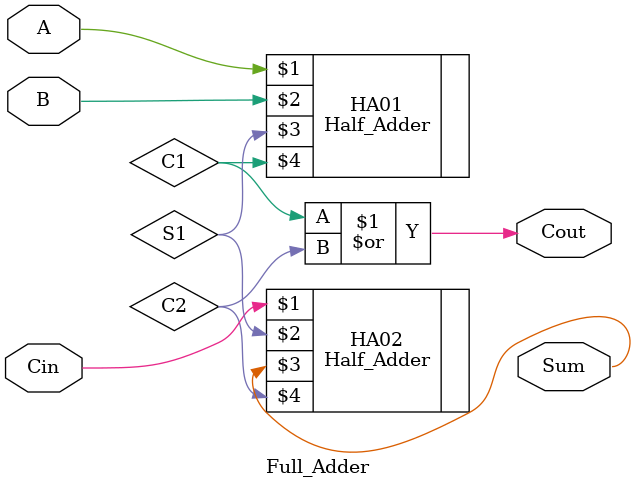
<source format=v>
`timescale 1ns / 1ps
module Full_Adder(
    input A,
    input B,
    input Cin,
    output Sum,
    output Cout
    );
    
    wire C1, C2, S1;
    
    Half_Adder HA01(A, B, S1, C1);
    Half_Adder HA02(Cin, S1, Sum, C2);
    
    assign Cout = C1 | C2;
    
endmodule

</source>
